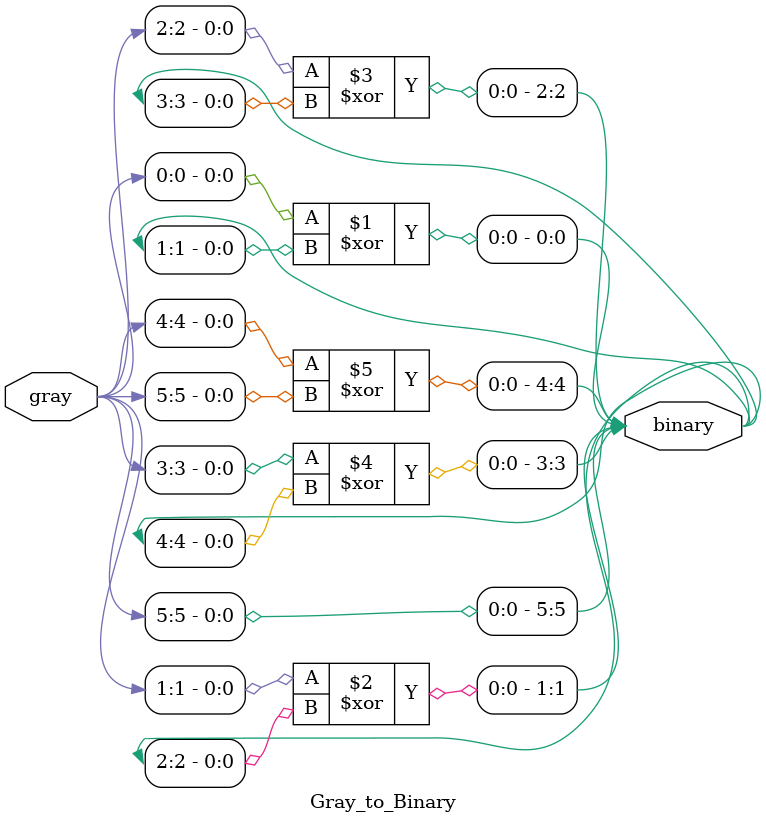
<source format=v>
`timescale 1ns / 1ps

module Gray_to_Binary(
		input  [depthsize:0]gray,
		output [depthsize:0]binary
    );

	 parameter depth = 31 , depthsize = 5 , addresssize = 4 ;

assign binary[depthsize] = gray[depthsize];

generate 
genvar i ; 
		for(i=0 ; i<depthsize ; i = i +1)
		begin : Gray_to_Binary
			assign binary[i] = gray[i]^binary[i+1] ;
		end
endgenerate		

endmodule 
</source>
